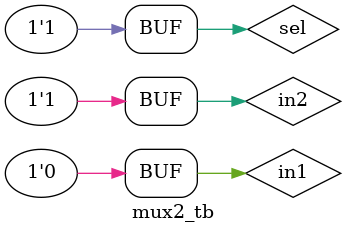
<source format=v>
`include "mux2.v"

module mux2_tb;

reg in1, in2, sel;
wire out;

mux2 dut
(
    in1, in2, sel, out
);
defparam dut.WIDTH = 1;

// Dump waveform data
initial
begin
    $dumpfile("./build/rtl-sim/vcd/mux2.vcd");
    $dumpvars;
end

initial
begin
    in1 = 0;
    in2 = 1;
    sel = 0;
    #100;
    sel = 1;
    #100;
end

endmodule


</source>
